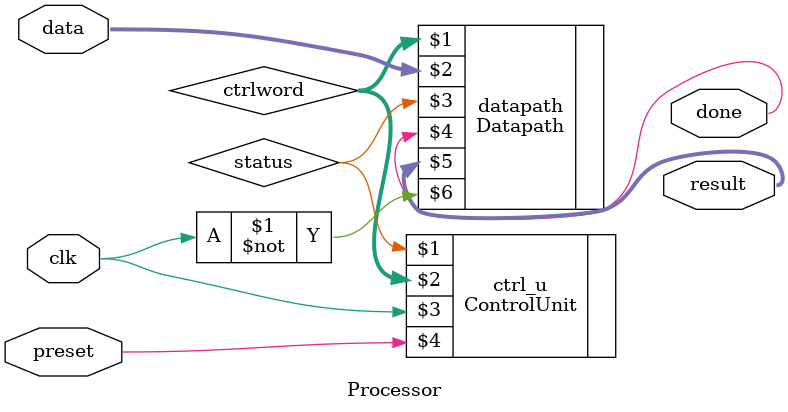
<source format=v>
`include "Datapath.v"
`include "ControlUnit.v"

module Processor(
  data,   //input data
  clk,    //clock signal
  preset, //signal setting the FSM memory in the state 0
  result, //output data
  done    //signal indicating the job is done
);

parameter width = 16;
input wire[width-1:0] data;
input wire clk, preset;
output wire[width-1:0] result;
output wire done;

wire[3:0] ctrlword;
wire status;

defparam datapath.width = width;
//Registers in datapath load values when the negative edge of clock occurs
Datapath datapath(ctrlword, data, status, done, result, ~clk);
ControlUnit ctrl_u(status, ctrlword, clk, preset);

endmodule // Processor
</source>
